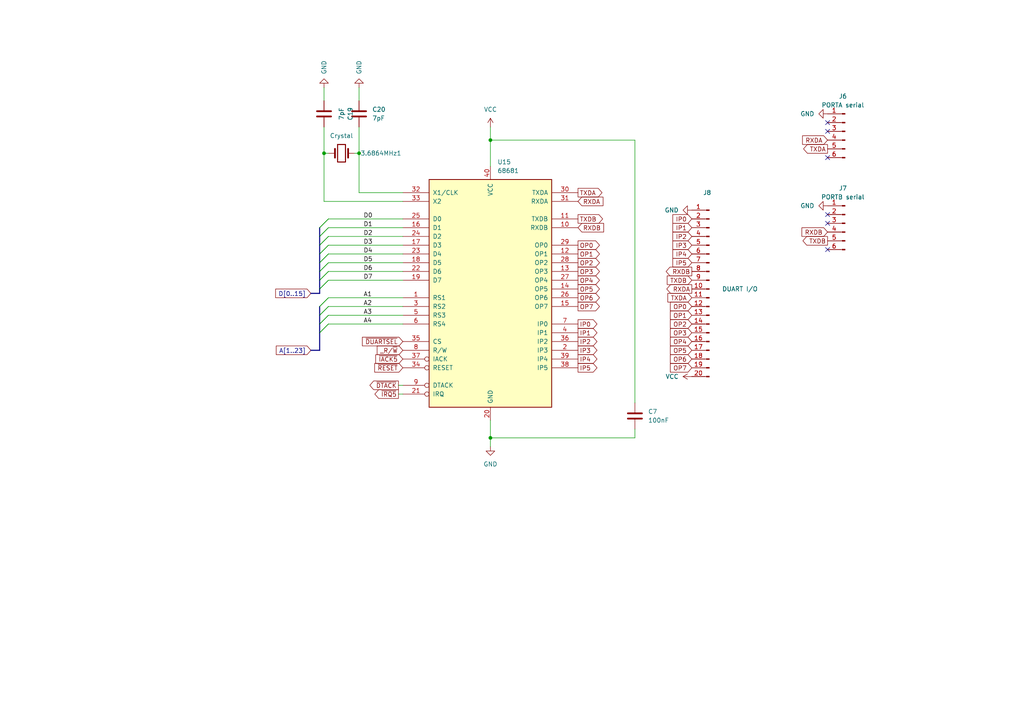
<source format=kicad_sch>
(kicad_sch (version 20230121) (generator eeschema)

  (uuid ed58ee71-e178-4887-af47-52c95b390a58)

  (paper "A4")

  (title_block
    (title "Mats Brorson 68010 SBC DUART 68681")
    (rev "1.0-alpha")
  )

  (lib_symbols
    (symbol "Connector:Conn_01x06_Pin" (pin_names (offset 1.016) hide) (in_bom yes) (on_board yes)
      (property "Reference" "J" (at 0 7.62 0)
        (effects (font (size 1.27 1.27)))
      )
      (property "Value" "Conn_01x06_Pin" (at 0 -10.16 0)
        (effects (font (size 1.27 1.27)))
      )
      (property "Footprint" "" (at 0 0 0)
        (effects (font (size 1.27 1.27)) hide)
      )
      (property "Datasheet" "~" (at 0 0 0)
        (effects (font (size 1.27 1.27)) hide)
      )
      (property "ki_locked" "" (at 0 0 0)
        (effects (font (size 1.27 1.27)))
      )
      (property "ki_keywords" "connector" (at 0 0 0)
        (effects (font (size 1.27 1.27)) hide)
      )
      (property "ki_description" "Generic connector, single row, 01x06, script generated" (at 0 0 0)
        (effects (font (size 1.27 1.27)) hide)
      )
      (property "ki_fp_filters" "Connector*:*_1x??_*" (at 0 0 0)
        (effects (font (size 1.27 1.27)) hide)
      )
      (symbol "Conn_01x06_Pin_1_1"
        (polyline
          (pts
            (xy 1.27 -7.62)
            (xy 0.8636 -7.62)
          )
          (stroke (width 0.1524) (type default))
          (fill (type none))
        )
        (polyline
          (pts
            (xy 1.27 -5.08)
            (xy 0.8636 -5.08)
          )
          (stroke (width 0.1524) (type default))
          (fill (type none))
        )
        (polyline
          (pts
            (xy 1.27 -2.54)
            (xy 0.8636 -2.54)
          )
          (stroke (width 0.1524) (type default))
          (fill (type none))
        )
        (polyline
          (pts
            (xy 1.27 0)
            (xy 0.8636 0)
          )
          (stroke (width 0.1524) (type default))
          (fill (type none))
        )
        (polyline
          (pts
            (xy 1.27 2.54)
            (xy 0.8636 2.54)
          )
          (stroke (width 0.1524) (type default))
          (fill (type none))
        )
        (polyline
          (pts
            (xy 1.27 5.08)
            (xy 0.8636 5.08)
          )
          (stroke (width 0.1524) (type default))
          (fill (type none))
        )
        (rectangle (start 0.8636 -7.493) (end 0 -7.747)
          (stroke (width 0.1524) (type default))
          (fill (type outline))
        )
        (rectangle (start 0.8636 -4.953) (end 0 -5.207)
          (stroke (width 0.1524) (type default))
          (fill (type outline))
        )
        (rectangle (start 0.8636 -2.413) (end 0 -2.667)
          (stroke (width 0.1524) (type default))
          (fill (type outline))
        )
        (rectangle (start 0.8636 0.127) (end 0 -0.127)
          (stroke (width 0.1524) (type default))
          (fill (type outline))
        )
        (rectangle (start 0.8636 2.667) (end 0 2.413)
          (stroke (width 0.1524) (type default))
          (fill (type outline))
        )
        (rectangle (start 0.8636 5.207) (end 0 4.953)
          (stroke (width 0.1524) (type default))
          (fill (type outline))
        )
        (pin passive line (at 5.08 5.08 180) (length 3.81)
          (name "Pin_1" (effects (font (size 1.27 1.27))))
          (number "1" (effects (font (size 1.27 1.27))))
        )
        (pin passive line (at 5.08 2.54 180) (length 3.81)
          (name "Pin_2" (effects (font (size 1.27 1.27))))
          (number "2" (effects (font (size 1.27 1.27))))
        )
        (pin passive line (at 5.08 0 180) (length 3.81)
          (name "Pin_3" (effects (font (size 1.27 1.27))))
          (number "3" (effects (font (size 1.27 1.27))))
        )
        (pin passive line (at 5.08 -2.54 180) (length 3.81)
          (name "Pin_4" (effects (font (size 1.27 1.27))))
          (number "4" (effects (font (size 1.27 1.27))))
        )
        (pin passive line (at 5.08 -5.08 180) (length 3.81)
          (name "Pin_5" (effects (font (size 1.27 1.27))))
          (number "5" (effects (font (size 1.27 1.27))))
        )
        (pin passive line (at 5.08 -7.62 180) (length 3.81)
          (name "Pin_6" (effects (font (size 1.27 1.27))))
          (number "6" (effects (font (size 1.27 1.27))))
        )
      )
    )
    (symbol "Connector:Conn_01x20_Pin" (pin_names (offset 1.016) hide) (in_bom yes) (on_board yes)
      (property "Reference" "J" (at 0 25.4 0)
        (effects (font (size 1.27 1.27)))
      )
      (property "Value" "Conn_01x20_Pin" (at 0 -27.94 0)
        (effects (font (size 1.27 1.27)))
      )
      (property "Footprint" "" (at 0 0 0)
        (effects (font (size 1.27 1.27)) hide)
      )
      (property "Datasheet" "~" (at 0 0 0)
        (effects (font (size 1.27 1.27)) hide)
      )
      (property "ki_locked" "" (at 0 0 0)
        (effects (font (size 1.27 1.27)))
      )
      (property "ki_keywords" "connector" (at 0 0 0)
        (effects (font (size 1.27 1.27)) hide)
      )
      (property "ki_description" "Generic connector, single row, 01x20, script generated" (at 0 0 0)
        (effects (font (size 1.27 1.27)) hide)
      )
      (property "ki_fp_filters" "Connector*:*_1x??_*" (at 0 0 0)
        (effects (font (size 1.27 1.27)) hide)
      )
      (symbol "Conn_01x20_Pin_1_1"
        (polyline
          (pts
            (xy 1.27 -25.4)
            (xy 0.8636 -25.4)
          )
          (stroke (width 0.1524) (type default))
          (fill (type none))
        )
        (polyline
          (pts
            (xy 1.27 -22.86)
            (xy 0.8636 -22.86)
          )
          (stroke (width 0.1524) (type default))
          (fill (type none))
        )
        (polyline
          (pts
            (xy 1.27 -20.32)
            (xy 0.8636 -20.32)
          )
          (stroke (width 0.1524) (type default))
          (fill (type none))
        )
        (polyline
          (pts
            (xy 1.27 -17.78)
            (xy 0.8636 -17.78)
          )
          (stroke (width 0.1524) (type default))
          (fill (type none))
        )
        (polyline
          (pts
            (xy 1.27 -15.24)
            (xy 0.8636 -15.24)
          )
          (stroke (width 0.1524) (type default))
          (fill (type none))
        )
        (polyline
          (pts
            (xy 1.27 -12.7)
            (xy 0.8636 -12.7)
          )
          (stroke (width 0.1524) (type default))
          (fill (type none))
        )
        (polyline
          (pts
            (xy 1.27 -10.16)
            (xy 0.8636 -10.16)
          )
          (stroke (width 0.1524) (type default))
          (fill (type none))
        )
        (polyline
          (pts
            (xy 1.27 -7.62)
            (xy 0.8636 -7.62)
          )
          (stroke (width 0.1524) (type default))
          (fill (type none))
        )
        (polyline
          (pts
            (xy 1.27 -5.08)
            (xy 0.8636 -5.08)
          )
          (stroke (width 0.1524) (type default))
          (fill (type none))
        )
        (polyline
          (pts
            (xy 1.27 -2.54)
            (xy 0.8636 -2.54)
          )
          (stroke (width 0.1524) (type default))
          (fill (type none))
        )
        (polyline
          (pts
            (xy 1.27 0)
            (xy 0.8636 0)
          )
          (stroke (width 0.1524) (type default))
          (fill (type none))
        )
        (polyline
          (pts
            (xy 1.27 2.54)
            (xy 0.8636 2.54)
          )
          (stroke (width 0.1524) (type default))
          (fill (type none))
        )
        (polyline
          (pts
            (xy 1.27 5.08)
            (xy 0.8636 5.08)
          )
          (stroke (width 0.1524) (type default))
          (fill (type none))
        )
        (polyline
          (pts
            (xy 1.27 7.62)
            (xy 0.8636 7.62)
          )
          (stroke (width 0.1524) (type default))
          (fill (type none))
        )
        (polyline
          (pts
            (xy 1.27 10.16)
            (xy 0.8636 10.16)
          )
          (stroke (width 0.1524) (type default))
          (fill (type none))
        )
        (polyline
          (pts
            (xy 1.27 12.7)
            (xy 0.8636 12.7)
          )
          (stroke (width 0.1524) (type default))
          (fill (type none))
        )
        (polyline
          (pts
            (xy 1.27 15.24)
            (xy 0.8636 15.24)
          )
          (stroke (width 0.1524) (type default))
          (fill (type none))
        )
        (polyline
          (pts
            (xy 1.27 17.78)
            (xy 0.8636 17.78)
          )
          (stroke (width 0.1524) (type default))
          (fill (type none))
        )
        (polyline
          (pts
            (xy 1.27 20.32)
            (xy 0.8636 20.32)
          )
          (stroke (width 0.1524) (type default))
          (fill (type none))
        )
        (polyline
          (pts
            (xy 1.27 22.86)
            (xy 0.8636 22.86)
          )
          (stroke (width 0.1524) (type default))
          (fill (type none))
        )
        (rectangle (start 0.8636 -25.273) (end 0 -25.527)
          (stroke (width 0.1524) (type default))
          (fill (type outline))
        )
        (rectangle (start 0.8636 -22.733) (end 0 -22.987)
          (stroke (width 0.1524) (type default))
          (fill (type outline))
        )
        (rectangle (start 0.8636 -20.193) (end 0 -20.447)
          (stroke (width 0.1524) (type default))
          (fill (type outline))
        )
        (rectangle (start 0.8636 -17.653) (end 0 -17.907)
          (stroke (width 0.1524) (type default))
          (fill (type outline))
        )
        (rectangle (start 0.8636 -15.113) (end 0 -15.367)
          (stroke (width 0.1524) (type default))
          (fill (type outline))
        )
        (rectangle (start 0.8636 -12.573) (end 0 -12.827)
          (stroke (width 0.1524) (type default))
          (fill (type outline))
        )
        (rectangle (start 0.8636 -10.033) (end 0 -10.287)
          (stroke (width 0.1524) (type default))
          (fill (type outline))
        )
        (rectangle (start 0.8636 -7.493) (end 0 -7.747)
          (stroke (width 0.1524) (type default))
          (fill (type outline))
        )
        (rectangle (start 0.8636 -4.953) (end 0 -5.207)
          (stroke (width 0.1524) (type default))
          (fill (type outline))
        )
        (rectangle (start 0.8636 -2.413) (end 0 -2.667)
          (stroke (width 0.1524) (type default))
          (fill (type outline))
        )
        (rectangle (start 0.8636 0.127) (end 0 -0.127)
          (stroke (width 0.1524) (type default))
          (fill (type outline))
        )
        (rectangle (start 0.8636 2.667) (end 0 2.413)
          (stroke (width 0.1524) (type default))
          (fill (type outline))
        )
        (rectangle (start 0.8636 5.207) (end 0 4.953)
          (stroke (width 0.1524) (type default))
          (fill (type outline))
        )
        (rectangle (start 0.8636 7.747) (end 0 7.493)
          (stroke (width 0.1524) (type default))
          (fill (type outline))
        )
        (rectangle (start 0.8636 10.287) (end 0 10.033)
          (stroke (width 0.1524) (type default))
          (fill (type outline))
        )
        (rectangle (start 0.8636 12.827) (end 0 12.573)
          (stroke (width 0.1524) (type default))
          (fill (type outline))
        )
        (rectangle (start 0.8636 15.367) (end 0 15.113)
          (stroke (width 0.1524) (type default))
          (fill (type outline))
        )
        (rectangle (start 0.8636 17.907) (end 0 17.653)
          (stroke (width 0.1524) (type default))
          (fill (type outline))
        )
        (rectangle (start 0.8636 20.447) (end 0 20.193)
          (stroke (width 0.1524) (type default))
          (fill (type outline))
        )
        (rectangle (start 0.8636 22.987) (end 0 22.733)
          (stroke (width 0.1524) (type default))
          (fill (type outline))
        )
        (pin passive line (at 5.08 22.86 180) (length 3.81)
          (name "Pin_1" (effects (font (size 1.27 1.27))))
          (number "1" (effects (font (size 1.27 1.27))))
        )
        (pin passive line (at 5.08 0 180) (length 3.81)
          (name "Pin_10" (effects (font (size 1.27 1.27))))
          (number "10" (effects (font (size 1.27 1.27))))
        )
        (pin passive line (at 5.08 -2.54 180) (length 3.81)
          (name "Pin_11" (effects (font (size 1.27 1.27))))
          (number "11" (effects (font (size 1.27 1.27))))
        )
        (pin passive line (at 5.08 -5.08 180) (length 3.81)
          (name "Pin_12" (effects (font (size 1.27 1.27))))
          (number "12" (effects (font (size 1.27 1.27))))
        )
        (pin passive line (at 5.08 -7.62 180) (length 3.81)
          (name "Pin_13" (effects (font (size 1.27 1.27))))
          (number "13" (effects (font (size 1.27 1.27))))
        )
        (pin passive line (at 5.08 -10.16 180) (length 3.81)
          (name "Pin_14" (effects (font (size 1.27 1.27))))
          (number "14" (effects (font (size 1.27 1.27))))
        )
        (pin passive line (at 5.08 -12.7 180) (length 3.81)
          (name "Pin_15" (effects (font (size 1.27 1.27))))
          (number "15" (effects (font (size 1.27 1.27))))
        )
        (pin passive line (at 5.08 -15.24 180) (length 3.81)
          (name "Pin_16" (effects (font (size 1.27 1.27))))
          (number "16" (effects (font (size 1.27 1.27))))
        )
        (pin passive line (at 5.08 -17.78 180) (length 3.81)
          (name "Pin_17" (effects (font (size 1.27 1.27))))
          (number "17" (effects (font (size 1.27 1.27))))
        )
        (pin passive line (at 5.08 -20.32 180) (length 3.81)
          (name "Pin_18" (effects (font (size 1.27 1.27))))
          (number "18" (effects (font (size 1.27 1.27))))
        )
        (pin passive line (at 5.08 -22.86 180) (length 3.81)
          (name "Pin_19" (effects (font (size 1.27 1.27))))
          (number "19" (effects (font (size 1.27 1.27))))
        )
        (pin passive line (at 5.08 20.32 180) (length 3.81)
          (name "Pin_2" (effects (font (size 1.27 1.27))))
          (number "2" (effects (font (size 1.27 1.27))))
        )
        (pin passive line (at 5.08 -25.4 180) (length 3.81)
          (name "Pin_20" (effects (font (size 1.27 1.27))))
          (number "20" (effects (font (size 1.27 1.27))))
        )
        (pin passive line (at 5.08 17.78 180) (length 3.81)
          (name "Pin_3" (effects (font (size 1.27 1.27))))
          (number "3" (effects (font (size 1.27 1.27))))
        )
        (pin passive line (at 5.08 15.24 180) (length 3.81)
          (name "Pin_4" (effects (font (size 1.27 1.27))))
          (number "4" (effects (font (size 1.27 1.27))))
        )
        (pin passive line (at 5.08 12.7 180) (length 3.81)
          (name "Pin_5" (effects (font (size 1.27 1.27))))
          (number "5" (effects (font (size 1.27 1.27))))
        )
        (pin passive line (at 5.08 10.16 180) (length 3.81)
          (name "Pin_6" (effects (font (size 1.27 1.27))))
          (number "6" (effects (font (size 1.27 1.27))))
        )
        (pin passive line (at 5.08 7.62 180) (length 3.81)
          (name "Pin_7" (effects (font (size 1.27 1.27))))
          (number "7" (effects (font (size 1.27 1.27))))
        )
        (pin passive line (at 5.08 5.08 180) (length 3.81)
          (name "Pin_8" (effects (font (size 1.27 1.27))))
          (number "8" (effects (font (size 1.27 1.27))))
        )
        (pin passive line (at 5.08 2.54 180) (length 3.81)
          (name "Pin_9" (effects (font (size 1.27 1.27))))
          (number "9" (effects (font (size 1.27 1.27))))
        )
      )
    )
    (symbol "Device:C" (pin_numbers hide) (pin_names (offset 0.254)) (in_bom yes) (on_board yes)
      (property "Reference" "C" (at 0.635 2.54 0)
        (effects (font (size 1.27 1.27)) (justify left))
      )
      (property "Value" "C" (at 0.635 -2.54 0)
        (effects (font (size 1.27 1.27)) (justify left))
      )
      (property "Footprint" "" (at 0.9652 -3.81 0)
        (effects (font (size 1.27 1.27)) hide)
      )
      (property "Datasheet" "~" (at 0 0 0)
        (effects (font (size 1.27 1.27)) hide)
      )
      (property "ki_keywords" "cap capacitor" (at 0 0 0)
        (effects (font (size 1.27 1.27)) hide)
      )
      (property "ki_description" "Unpolarized capacitor" (at 0 0 0)
        (effects (font (size 1.27 1.27)) hide)
      )
      (property "ki_fp_filters" "C_*" (at 0 0 0)
        (effects (font (size 1.27 1.27)) hide)
      )
      (symbol "C_0_1"
        (polyline
          (pts
            (xy -2.032 -0.762)
            (xy 2.032 -0.762)
          )
          (stroke (width 0.508) (type default))
          (fill (type none))
        )
        (polyline
          (pts
            (xy -2.032 0.762)
            (xy 2.032 0.762)
          )
          (stroke (width 0.508) (type default))
          (fill (type none))
        )
      )
      (symbol "C_1_1"
        (pin passive line (at 0 3.81 270) (length 2.794)
          (name "~" (effects (font (size 1.27 1.27))))
          (number "1" (effects (font (size 1.27 1.27))))
        )
        (pin passive line (at 0 -3.81 90) (length 2.794)
          (name "~" (effects (font (size 1.27 1.27))))
          (number "2" (effects (font (size 1.27 1.27))))
        )
      )
    )
    (symbol "Device:Crystal" (pin_numbers hide) (pin_names (offset 1.016) hide) (in_bom yes) (on_board yes)
      (property "Reference" "Y" (at 0 3.81 0)
        (effects (font (size 1.27 1.27)))
      )
      (property "Value" "Crystal" (at 0 -3.81 0)
        (effects (font (size 1.27 1.27)))
      )
      (property "Footprint" "" (at 0 0 0)
        (effects (font (size 1.27 1.27)) hide)
      )
      (property "Datasheet" "~" (at 0 0 0)
        (effects (font (size 1.27 1.27)) hide)
      )
      (property "ki_keywords" "quartz ceramic resonator oscillator" (at 0 0 0)
        (effects (font (size 1.27 1.27)) hide)
      )
      (property "ki_description" "Two pin crystal" (at 0 0 0)
        (effects (font (size 1.27 1.27)) hide)
      )
      (property "ki_fp_filters" "Crystal*" (at 0 0 0)
        (effects (font (size 1.27 1.27)) hide)
      )
      (symbol "Crystal_0_1"
        (rectangle (start -1.143 2.54) (end 1.143 -2.54)
          (stroke (width 0.3048) (type default))
          (fill (type none))
        )
        (polyline
          (pts
            (xy -2.54 0)
            (xy -1.905 0)
          )
          (stroke (width 0) (type default))
          (fill (type none))
        )
        (polyline
          (pts
            (xy -1.905 -1.27)
            (xy -1.905 1.27)
          )
          (stroke (width 0.508) (type default))
          (fill (type none))
        )
        (polyline
          (pts
            (xy 1.905 -1.27)
            (xy 1.905 1.27)
          )
          (stroke (width 0.508) (type default))
          (fill (type none))
        )
        (polyline
          (pts
            (xy 2.54 0)
            (xy 1.905 0)
          )
          (stroke (width 0) (type default))
          (fill (type none))
        )
      )
      (symbol "Crystal_1_1"
        (pin passive line (at -3.81 0 0) (length 1.27)
          (name "1" (effects (font (size 1.27 1.27))))
          (number "1" (effects (font (size 1.27 1.27))))
        )
        (pin passive line (at 3.81 0 180) (length 1.27)
          (name "2" (effects (font (size 1.27 1.27))))
          (number "2" (effects (font (size 1.27 1.27))))
        )
      )
    )
    (symbol "Interface:68681" (pin_names (offset 1.016)) (in_bom yes) (on_board yes)
      (property "Reference" "U" (at 0 3.81 0)
        (effects (font (size 1.27 1.27)))
      )
      (property "Value" "68681" (at 0 -2.54 0)
        (effects (font (size 1.27 1.27)))
      )
      (property "Footprint" "" (at 0 0 0)
        (effects (font (size 1.27 1.27)) hide)
      )
      (property "Datasheet" "" (at 0 0 0)
        (effects (font (size 1.27 1.27)) hide)
      )
      (property "ki_keywords" "MPRO" (at 0 0 0)
        (effects (font (size 1.27 1.27)) hide)
      )
      (property "ki_description" "Interface serie 2 voies + 1 port parallele" (at 0 0 0)
        (effects (font (size 1.27 1.27)) hide)
      )
      (symbol "68681_0_1"
        (rectangle (start -17.78 -31.75) (end 17.78 34.29)
          (stroke (width 0.254) (type default))
          (fill (type background))
        )
      )
      (symbol "68681_1_1"
        (pin input line (at -25.4 0 0) (length 7.62)
          (name "RS1" (effects (font (size 1.27 1.27))))
          (number "1" (effects (font (size 1.27 1.27))))
        )
        (pin input line (at 25.4 20.32 180) (length 7.62)
          (name "RXDB" (effects (font (size 1.27 1.27))))
          (number "10" (effects (font (size 1.27 1.27))))
        )
        (pin output line (at 25.4 22.86 180) (length 7.62)
          (name "TXDB" (effects (font (size 1.27 1.27))))
          (number "11" (effects (font (size 1.27 1.27))))
        )
        (pin output line (at 25.4 12.7 180) (length 7.62)
          (name "OP1" (effects (font (size 1.27 1.27))))
          (number "12" (effects (font (size 1.27 1.27))))
        )
        (pin output line (at 25.4 7.62 180) (length 7.62)
          (name "OP3" (effects (font (size 1.27 1.27))))
          (number "13" (effects (font (size 1.27 1.27))))
        )
        (pin output line (at 25.4 2.54 180) (length 7.62)
          (name "OP5" (effects (font (size 1.27 1.27))))
          (number "14" (effects (font (size 1.27 1.27))))
        )
        (pin output line (at 25.4 -2.54 180) (length 7.62)
          (name "OP7" (effects (font (size 1.27 1.27))))
          (number "15" (effects (font (size 1.27 1.27))))
        )
        (pin tri_state line (at -25.4 20.32 0) (length 7.62)
          (name "D1" (effects (font (size 1.27 1.27))))
          (number "16" (effects (font (size 1.27 1.27))))
        )
        (pin tri_state line (at -25.4 15.24 0) (length 7.62)
          (name "D3" (effects (font (size 1.27 1.27))))
          (number "17" (effects (font (size 1.27 1.27))))
        )
        (pin tri_state line (at -25.4 10.16 0) (length 7.62)
          (name "D5" (effects (font (size 1.27 1.27))))
          (number "18" (effects (font (size 1.27 1.27))))
        )
        (pin tri_state line (at -25.4 5.08 0) (length 7.62)
          (name "D7" (effects (font (size 1.27 1.27))))
          (number "19" (effects (font (size 1.27 1.27))))
        )
        (pin input line (at 25.4 -15.24 180) (length 7.62)
          (name "IP3" (effects (font (size 1.27 1.27))))
          (number "2" (effects (font (size 1.27 1.27))))
        )
        (pin power_in line (at 0 -35.56 90) (length 3.81)
          (name "GND" (effects (font (size 1.27 1.27))))
          (number "20" (effects (font (size 1.27 1.27))))
        )
        (pin output inverted (at -25.4 -27.94 0) (length 7.62)
          (name "IRQ" (effects (font (size 1.27 1.27))))
          (number "21" (effects (font (size 1.27 1.27))))
        )
        (pin tri_state line (at -25.4 7.62 0) (length 7.62)
          (name "D6" (effects (font (size 1.27 1.27))))
          (number "22" (effects (font (size 1.27 1.27))))
        )
        (pin tri_state line (at -25.4 12.7 0) (length 7.62)
          (name "D4" (effects (font (size 1.27 1.27))))
          (number "23" (effects (font (size 1.27 1.27))))
        )
        (pin tri_state line (at -25.4 17.78 0) (length 7.62)
          (name "D2" (effects (font (size 1.27 1.27))))
          (number "24" (effects (font (size 1.27 1.27))))
        )
        (pin tri_state line (at -25.4 22.86 0) (length 7.62)
          (name "D0" (effects (font (size 1.27 1.27))))
          (number "25" (effects (font (size 1.27 1.27))))
        )
        (pin output line (at 25.4 0 180) (length 7.62)
          (name "OP6" (effects (font (size 1.27 1.27))))
          (number "26" (effects (font (size 1.27 1.27))))
        )
        (pin output line (at 25.4 5.08 180) (length 7.62)
          (name "OP4" (effects (font (size 1.27 1.27))))
          (number "27" (effects (font (size 1.27 1.27))))
        )
        (pin output line (at 25.4 10.16 180) (length 7.62)
          (name "OP2" (effects (font (size 1.27 1.27))))
          (number "28" (effects (font (size 1.27 1.27))))
        )
        (pin output line (at 25.4 15.24 180) (length 7.62)
          (name "OP0" (effects (font (size 1.27 1.27))))
          (number "29" (effects (font (size 1.27 1.27))))
        )
        (pin input line (at -25.4 -2.54 0) (length 7.62)
          (name "RS2" (effects (font (size 1.27 1.27))))
          (number "3" (effects (font (size 1.27 1.27))))
        )
        (pin output line (at 25.4 30.48 180) (length 7.62)
          (name "TXDA" (effects (font (size 1.27 1.27))))
          (number "30" (effects (font (size 1.27 1.27))))
        )
        (pin input line (at 25.4 27.94 180) (length 7.62)
          (name "RXDA" (effects (font (size 1.27 1.27))))
          (number "31" (effects (font (size 1.27 1.27))))
        )
        (pin input line (at -25.4 30.48 0) (length 7.62)
          (name "X1/CLK" (effects (font (size 1.27 1.27))))
          (number "32" (effects (font (size 1.27 1.27))))
        )
        (pin input line (at -25.4 27.94 0) (length 7.62)
          (name "X2" (effects (font (size 1.27 1.27))))
          (number "33" (effects (font (size 1.27 1.27))))
        )
        (pin input inverted (at -25.4 -20.32 0) (length 7.62)
          (name "RESET" (effects (font (size 1.27 1.27))))
          (number "34" (effects (font (size 1.27 1.27))))
        )
        (pin input line (at -25.4 -12.7 0) (length 7.62)
          (name "CS" (effects (font (size 1.27 1.27))))
          (number "35" (effects (font (size 1.27 1.27))))
        )
        (pin input line (at 25.4 -12.7 180) (length 7.62)
          (name "IP2" (effects (font (size 1.27 1.27))))
          (number "36" (effects (font (size 1.27 1.27))))
        )
        (pin input inverted (at -25.4 -17.78 0) (length 7.62)
          (name "IACK" (effects (font (size 1.27 1.27))))
          (number "37" (effects (font (size 1.27 1.27))))
        )
        (pin input line (at 25.4 -20.32 180) (length 7.62)
          (name "IP5" (effects (font (size 1.27 1.27))))
          (number "38" (effects (font (size 1.27 1.27))))
        )
        (pin input line (at 25.4 -17.78 180) (length 7.62)
          (name "IP4" (effects (font (size 1.27 1.27))))
          (number "39" (effects (font (size 1.27 1.27))))
        )
        (pin input line (at 25.4 -10.16 180) (length 7.62)
          (name "IP1" (effects (font (size 1.27 1.27))))
          (number "4" (effects (font (size 1.27 1.27))))
        )
        (pin power_in line (at 0 38.1 270) (length 3.81)
          (name "VCC" (effects (font (size 1.27 1.27))))
          (number "40" (effects (font (size 1.27 1.27))))
        )
        (pin input line (at -25.4 -5.08 0) (length 7.62)
          (name "RS3" (effects (font (size 1.27 1.27))))
          (number "5" (effects (font (size 1.27 1.27))))
        )
        (pin input line (at -25.4 -7.62 0) (length 7.62)
          (name "RS4" (effects (font (size 1.27 1.27))))
          (number "6" (effects (font (size 1.27 1.27))))
        )
        (pin input line (at 25.4 -7.62 180) (length 7.62)
          (name "IP0" (effects (font (size 1.27 1.27))))
          (number "7" (effects (font (size 1.27 1.27))))
        )
        (pin input line (at -25.4 -15.24 0) (length 7.62)
          (name "R/W" (effects (font (size 1.27 1.27))))
          (number "8" (effects (font (size 1.27 1.27))))
        )
        (pin open_collector inverted (at -25.4 -25.4 0) (length 7.62)
          (name "DTACK" (effects (font (size 1.27 1.27))))
          (number "9" (effects (font (size 1.27 1.27))))
        )
      )
    )
    (symbol "power:GND" (power) (pin_names (offset 0)) (in_bom yes) (on_board yes)
      (property "Reference" "#PWR" (at 0 -6.35 0)
        (effects (font (size 1.27 1.27)) hide)
      )
      (property "Value" "GND" (at 0 -3.81 0)
        (effects (font (size 1.27 1.27)))
      )
      (property "Footprint" "" (at 0 0 0)
        (effects (font (size 1.27 1.27)) hide)
      )
      (property "Datasheet" "" (at 0 0 0)
        (effects (font (size 1.27 1.27)) hide)
      )
      (property "ki_keywords" "global power" (at 0 0 0)
        (effects (font (size 1.27 1.27)) hide)
      )
      (property "ki_description" "Power symbol creates a global label with name \"GND\" , ground" (at 0 0 0)
        (effects (font (size 1.27 1.27)) hide)
      )
      (symbol "GND_0_1"
        (polyline
          (pts
            (xy 0 0)
            (xy 0 -1.27)
            (xy 1.27 -1.27)
            (xy 0 -2.54)
            (xy -1.27 -1.27)
            (xy 0 -1.27)
          )
          (stroke (width 0) (type default))
          (fill (type none))
        )
      )
      (symbol "GND_1_1"
        (pin power_in line (at 0 0 270) (length 0) hide
          (name "GND" (effects (font (size 1.27 1.27))))
          (number "1" (effects (font (size 1.27 1.27))))
        )
      )
    )
    (symbol "power:VCC" (power) (pin_names (offset 0)) (in_bom yes) (on_board yes)
      (property "Reference" "#PWR" (at 0 -3.81 0)
        (effects (font (size 1.27 1.27)) hide)
      )
      (property "Value" "VCC" (at 0 3.81 0)
        (effects (font (size 1.27 1.27)))
      )
      (property "Footprint" "" (at 0 0 0)
        (effects (font (size 1.27 1.27)) hide)
      )
      (property "Datasheet" "" (at 0 0 0)
        (effects (font (size 1.27 1.27)) hide)
      )
      (property "ki_keywords" "global power" (at 0 0 0)
        (effects (font (size 1.27 1.27)) hide)
      )
      (property "ki_description" "Power symbol creates a global label with name \"VCC\"" (at 0 0 0)
        (effects (font (size 1.27 1.27)) hide)
      )
      (symbol "VCC_0_1"
        (polyline
          (pts
            (xy -0.762 1.27)
            (xy 0 2.54)
          )
          (stroke (width 0) (type default))
          (fill (type none))
        )
        (polyline
          (pts
            (xy 0 0)
            (xy 0 2.54)
          )
          (stroke (width 0) (type default))
          (fill (type none))
        )
        (polyline
          (pts
            (xy 0 2.54)
            (xy 0.762 1.27)
          )
          (stroke (width 0) (type default))
          (fill (type none))
        )
      )
      (symbol "VCC_1_1"
        (pin power_in line (at 0 0 90) (length 0) hide
          (name "VCC" (effects (font (size 1.27 1.27))))
          (number "1" (effects (font (size 1.27 1.27))))
        )
      )
    )
  )

  (junction (at 142.24 127) (diameter 0) (color 0 0 0 0)
    (uuid 51754ef3-9cb8-415c-8377-6a7cfe36fda6)
  )
  (junction (at 93.98 44.45) (diameter 0) (color 0 0 0 0)
    (uuid 9bd4373d-7870-44b7-b46e-9b6f4da79a8e)
  )
  (junction (at 142.24 40.64) (diameter 0) (color 0 0 0 0)
    (uuid bd6bc612-17df-4050-9b95-a930608ba915)
  )
  (junction (at 104.14 44.45) (diameter 0) (color 0 0 0 0)
    (uuid cbfaed5e-663a-4fdf-b91a-f092ddd30c12)
  )

  (no_connect (at 240.03 45.72) (uuid 287e517a-dce9-4d2f-b878-cdce1b79b024))
  (no_connect (at 240.03 62.23) (uuid 3eb6580f-7e1e-47c0-a730-b74639b0e710))
  (no_connect (at 240.03 72.39) (uuid b5068487-8fd0-4372-b441-7c8b46aee9ed))
  (no_connect (at 240.03 35.56) (uuid ca936c0e-f307-461c-99ee-71ba5cbb0588))
  (no_connect (at 240.03 38.1) (uuid eed9dc79-4f11-4c57-bd91-fc6c09a4b3d4))
  (no_connect (at 240.03 64.77) (uuid f900a0d2-5f1e-4c22-923d-d02ce1a1f7d6))

  (bus_entry (at 92.71 83.82) (size 2.54 -2.54)
    (stroke (width 0) (type default))
    (uuid 055dfdba-1cd2-4aeb-aef5-5f4eb9fe0cc0)
  )
  (bus_entry (at 92.71 81.28) (size 2.54 -2.54)
    (stroke (width 0) (type default))
    (uuid 0c457064-e3ff-4e03-ba11-cb57f5656375)
  )
  (bus_entry (at 92.71 88.9) (size 2.54 -2.54)
    (stroke (width 0) (type default))
    (uuid 16874aad-1b4f-436b-9a71-ae24a81aad85)
  )
  (bus_entry (at 92.71 68.58) (size 2.54 -2.54)
    (stroke (width 0) (type default))
    (uuid 3e654155-8423-47d7-a6c7-42a77b10095d)
  )
  (bus_entry (at 92.71 78.74) (size 2.54 -2.54)
    (stroke (width 0) (type default))
    (uuid 5d31f058-3460-404d-959e-636f88044144)
  )
  (bus_entry (at 92.71 73.66) (size 2.54 -2.54)
    (stroke (width 0) (type default))
    (uuid 5e7b8a08-2da1-4048-b9e3-f2452fad6277)
  )
  (bus_entry (at 92.71 83.82) (size 2.54 -2.54)
    (stroke (width 0) (type default))
    (uuid 609bdfef-1630-4eab-a8d5-ba74e015491b)
  )
  (bus_entry (at 92.71 73.66) (size 2.54 -2.54)
    (stroke (width 0) (type default))
    (uuid 6e02680b-0b87-47eb-8667-27e8bd4aabb4)
  )
  (bus_entry (at 92.71 71.12) (size 2.54 -2.54)
    (stroke (width 0) (type default))
    (uuid 825b21a7-db50-4c0d-81c3-4ee6f70a0bf1)
  )
  (bus_entry (at 92.71 66.04) (size 2.54 -2.54)
    (stroke (width 0) (type default))
    (uuid 91e0cb93-719d-4574-ac41-dd22d4c77872)
  )
  (bus_entry (at 92.71 93.98) (size 2.54 -2.54)
    (stroke (width 0) (type default))
    (uuid 9c5c171e-3932-4096-b796-f495ef493082)
  )
  (bus_entry (at 92.71 91.44) (size 2.54 -2.54)
    (stroke (width 0) (type default))
    (uuid a68c73ad-bd4c-4f73-9fbd-b26dcaf38e3c)
  )
  (bus_entry (at 92.71 96.52) (size 2.54 -2.54)
    (stroke (width 0) (type default))
    (uuid c469e9d6-06d5-4332-8eb0-c20f2fbaa876)
  )
  (bus_entry (at 92.71 81.28) (size 2.54 -2.54)
    (stroke (width 0) (type default))
    (uuid c6be30cc-ad67-4d92-86a5-b34357c4dd43)
  )
  (bus_entry (at 92.71 76.2) (size 2.54 -2.54)
    (stroke (width 0) (type default))
    (uuid cd154399-eff0-48c2-b0d2-abf6596dfcb2)
  )
  (bus_entry (at 92.71 96.52) (size 2.54 -2.54)
    (stroke (width 0) (type default))
    (uuid cf3cc8d9-168a-4c6b-a832-4ab46044aaa0)
  )
  (bus_entry (at 92.71 93.98) (size 2.54 -2.54)
    (stroke (width 0) (type default))
    (uuid d337b24a-46e2-4311-822a-238c646742ba)
  )
  (bus_entry (at 92.71 78.74) (size 2.54 -2.54)
    (stroke (width 0) (type default))
    (uuid d44deb91-f1ba-4b2a-b95f-feeb66667070)
  )
  (bus_entry (at 92.71 91.44) (size 2.54 -2.54)
    (stroke (width 0) (type default))
    (uuid d74f98ca-eb53-4f02-8551-9a49680da863)
  )
  (bus_entry (at 92.71 76.2) (size 2.54 -2.54)
    (stroke (width 0) (type default))
    (uuid dab34086-1f2b-43ae-b931-98b16e7b8705)
  )
  (bus_entry (at 92.71 68.58) (size 2.54 -2.54)
    (stroke (width 0) (type default))
    (uuid e48fc5fe-d233-4997-99ff-559999b37db3)
  )
  (bus_entry (at 92.71 66.04) (size 2.54 -2.54)
    (stroke (width 0) (type default))
    (uuid f0f22e52-d426-457d-95ad-c9d46c6467ec)
  )
  (bus_entry (at 92.71 71.12) (size 2.54 -2.54)
    (stroke (width 0) (type default))
    (uuid f99f1dda-30ad-446c-a115-d69e03bbdb66)
  )
  (bus_entry (at 92.71 88.9) (size 2.54 -2.54)
    (stroke (width 0) (type default))
    (uuid fe1679a6-a58a-4042-8ac2-ebd2ae429e50)
  )

  (wire (pts (xy 116.84 58.42) (xy 93.98 58.42))
    (stroke (width 0) (type default))
    (uuid 11f6b9ff-8882-4804-b2ff-eb5621b33975)
  )
  (wire (pts (xy 184.15 127) (xy 142.24 127))
    (stroke (width 0) (type default))
    (uuid 16ee330a-56d8-4811-8d1e-51f56f39a427)
  )
  (wire (pts (xy 93.98 44.45) (xy 95.25 44.45))
    (stroke (width 0) (type default))
    (uuid 1a8670b6-8fff-48ce-9983-0e902414f494)
  )
  (wire (pts (xy 95.25 76.2) (xy 116.84 76.2))
    (stroke (width 0) (type default))
    (uuid 1d51b507-2328-4c69-9d0c-9094f1b7d0f7)
  )
  (wire (pts (xy 116.84 55.88) (xy 104.14 55.88))
    (stroke (width 0) (type default))
    (uuid 30e9be8b-aa30-44c9-825e-2657a8464832)
  )
  (wire (pts (xy 95.25 81.28) (xy 116.84 81.28))
    (stroke (width 0) (type default))
    (uuid 32dcb7f5-16d5-4780-a579-22af30bec669)
  )
  (bus (pts (xy 90.17 85.09) (xy 92.71 85.09))
    (stroke (width 0) (type default))
    (uuid 35bf5c2a-aa6b-4949-b700-a840351cea86)
  )
  (bus (pts (xy 92.71 81.28) (xy 92.71 83.82))
    (stroke (width 0) (type default))
    (uuid 3694c3f7-574f-4724-8b0d-ea6c2eb92c09)
  )
  (bus (pts (xy 90.17 101.6) (xy 92.71 101.6))
    (stroke (width 0) (type default))
    (uuid 37878d6b-73d3-432b-955d-13e4aafb2918)
  )

  (wire (pts (xy 142.24 127) (xy 142.24 129.54))
    (stroke (width 0) (type default))
    (uuid 37b436ec-92b9-4988-a7dc-0155818e108e)
  )
  (wire (pts (xy 95.25 63.5) (xy 116.84 63.5))
    (stroke (width 0) (type default))
    (uuid 39073e32-4acc-4f18-aa52-280fae1b9d27)
  )
  (bus (pts (xy 92.71 88.9) (xy 92.71 91.44))
    (stroke (width 0) (type default))
    (uuid 421f9388-da7e-4bd0-95cf-f55422123b24)
  )

  (wire (pts (xy 115.57 114.3) (xy 116.84 114.3))
    (stroke (width 0) (type default))
    (uuid 4773f91a-0c5b-4952-9fd3-887b053bb218)
  )
  (wire (pts (xy 95.25 86.36) (xy 116.84 86.36))
    (stroke (width 0) (type default))
    (uuid 47a3d210-94f0-4624-a414-17ec1c81a742)
  )
  (bus (pts (xy 92.71 73.66) (xy 92.71 76.2))
    (stroke (width 0) (type default))
    (uuid 4870bc46-6416-4ce8-a819-47ad98440d8b)
  )

  (wire (pts (xy 115.57 111.76) (xy 116.84 111.76))
    (stroke (width 0) (type default))
    (uuid 5584b650-ca81-4496-a6ea-5263fddd64a8)
  )
  (wire (pts (xy 95.25 66.04) (xy 116.84 66.04))
    (stroke (width 0) (type default))
    (uuid 5f1ae146-0821-4161-8d0f-588ba659ae69)
  )
  (wire (pts (xy 93.98 25.4) (xy 93.98 29.21))
    (stroke (width 0) (type default))
    (uuid 6202320f-7f2b-4b63-b6da-e12f6d12030f)
  )
  (wire (pts (xy 95.25 73.66) (xy 116.84 73.66))
    (stroke (width 0) (type default))
    (uuid 6f953a32-a7de-4b13-801c-b230413cf901)
  )
  (wire (pts (xy 95.25 68.58) (xy 116.84 68.58))
    (stroke (width 0) (type default))
    (uuid 735a85d6-349e-4633-900d-319b34985f44)
  )
  (bus (pts (xy 92.71 96.52) (xy 92.71 101.6))
    (stroke (width 0) (type default))
    (uuid 7eed7c99-6e67-4f31-aee7-66aef4f20b25)
  )

  (wire (pts (xy 184.15 124.46) (xy 184.15 127))
    (stroke (width 0) (type default))
    (uuid 7eff465d-2591-42e5-8881-d1c45268cb05)
  )
  (wire (pts (xy 142.24 40.64) (xy 142.24 48.26))
    (stroke (width 0) (type default))
    (uuid 80637c4b-c074-472d-a664-5f1ea64bfc71)
  )
  (bus (pts (xy 92.71 83.82) (xy 92.71 85.09))
    (stroke (width 0) (type default))
    (uuid 8695c219-0636-4d07-8a2d-264890218c67)
  )
  (bus (pts (xy 92.71 76.2) (xy 92.71 78.74))
    (stroke (width 0) (type default))
    (uuid 86d791f0-80f9-48fd-a126-04cd002be5b5)
  )

  (wire (pts (xy 104.14 36.83) (xy 104.14 44.45))
    (stroke (width 0) (type default))
    (uuid 89b7aa51-f5d3-4b8c-967e-4b868c2d4c5b)
  )
  (wire (pts (xy 184.15 116.84) (xy 184.15 40.64))
    (stroke (width 0) (type default))
    (uuid 8b1e290b-d1b2-4b2d-8953-8543107ca2cc)
  )
  (wire (pts (xy 142.24 121.92) (xy 142.24 127))
    (stroke (width 0) (type default))
    (uuid 9c51881f-f60c-4032-a6b9-b71e9ad7e7a3)
  )
  (wire (pts (xy 104.14 25.4) (xy 104.14 29.21))
    (stroke (width 0) (type default))
    (uuid 9fad9580-e442-4968-9992-04422e5d7e61)
  )
  (wire (pts (xy 184.15 40.64) (xy 142.24 40.64))
    (stroke (width 0) (type default))
    (uuid a003c003-867a-4d39-994a-e2717c15fa7c)
  )
  (wire (pts (xy 142.24 36.83) (xy 142.24 40.64))
    (stroke (width 0) (type default))
    (uuid a50e931c-9cd7-4983-af1d-879b8784a887)
  )
  (bus (pts (xy 92.71 66.04) (xy 92.71 68.58))
    (stroke (width 0) (type default))
    (uuid a59f5e3e-c918-41b5-8bb7-38a0d22e113b)
  )
  (bus (pts (xy 92.71 78.74) (xy 92.71 81.28))
    (stroke (width 0) (type default))
    (uuid b16bc761-3b29-4488-ae26-720cab4de6b5)
  )
  (bus (pts (xy 92.71 71.12) (xy 92.71 73.66))
    (stroke (width 0) (type default))
    (uuid b22a20c3-3bea-44d0-977b-64746532e5ea)
  )
  (bus (pts (xy 92.71 68.58) (xy 92.71 71.12))
    (stroke (width 0) (type default))
    (uuid bacba027-f5d1-4c1b-b39c-9e3c25eb9687)
  )

  (wire (pts (xy 93.98 44.45) (xy 93.98 58.42))
    (stroke (width 0) (type default))
    (uuid c1a37d8b-cca0-4817-85e7-90ed84eabd88)
  )
  (wire (pts (xy 95.25 78.74) (xy 116.84 78.74))
    (stroke (width 0) (type default))
    (uuid c3e2debc-0a52-4b26-8af8-bd30c306f3ea)
  )
  (wire (pts (xy 104.14 44.45) (xy 104.14 55.88))
    (stroke (width 0) (type default))
    (uuid cdf04788-04f7-417b-8583-e713692a2e82)
  )
  (bus (pts (xy 92.71 93.98) (xy 92.71 96.52))
    (stroke (width 0) (type default))
    (uuid ce3a1cc2-dfa6-4df9-b4fd-5d9e9af8c8d6)
  )

  (wire (pts (xy 93.98 36.83) (xy 93.98 44.45))
    (stroke (width 0) (type default))
    (uuid e3f67e87-b2a9-4ccb-8734-e9cd93050b53)
  )
  (wire (pts (xy 95.25 88.9) (xy 116.84 88.9))
    (stroke (width 0) (type default))
    (uuid e40e1fa4-82dd-4195-9de3-20027e8f2e98)
  )
  (bus (pts (xy 92.71 91.44) (xy 92.71 93.98))
    (stroke (width 0) (type default))
    (uuid e423d72d-e685-468a-9c66-12bd75584c11)
  )

  (wire (pts (xy 95.25 93.98) (xy 116.84 93.98))
    (stroke (width 0) (type default))
    (uuid ecc77be2-f442-46e2-b278-bb6e251e800e)
  )
  (wire (pts (xy 95.25 71.12) (xy 116.84 71.12))
    (stroke (width 0) (type default))
    (uuid f078be38-2e5b-4b60-9568-fad323768002)
  )
  (wire (pts (xy 95.25 91.44) (xy 116.84 91.44))
    (stroke (width 0) (type default))
    (uuid f603d44c-f832-4db2-8c4b-5607b0d7643d)
  )
  (wire (pts (xy 104.14 44.45) (xy 102.87 44.45))
    (stroke (width 0) (type default))
    (uuid f994f8be-8aa7-4a90-a7b4-f5dee0e897be)
  )

  (label "D5" (at 105.41 76.2 0) (fields_autoplaced)
    (effects (font (size 1.27 1.27)) (justify left bottom))
    (uuid 240c8049-9f96-45e1-bc85-49ce0eca5057)
  )
  (label "D6" (at 105.41 78.74 0) (fields_autoplaced)
    (effects (font (size 1.27 1.27)) (justify left bottom))
    (uuid 3794a242-9a80-4998-b1bd-a8a50f0d7922)
  )
  (label "A3" (at 105.41 91.44 0) (fields_autoplaced)
    (effects (font (size 1.27 1.27)) (justify left bottom))
    (uuid 3ad5c152-3dd3-4d25-b3cc-5c3f5f43cb4a)
  )
  (label "A1" (at 105.41 86.36 0) (fields_autoplaced)
    (effects (font (size 1.27 1.27)) (justify left bottom))
    (uuid 47c52277-fb30-48cc-953d-7f11b12ed449)
  )
  (label "D3" (at 105.41 71.12 0) (fields_autoplaced)
    (effects (font (size 1.27 1.27)) (justify left bottom))
    (uuid 5152d67d-1a2a-44b3-bf64-3b44e2404840)
  )
  (label "D2" (at 105.41 68.58 0) (fields_autoplaced)
    (effects (font (size 1.27 1.27)) (justify left bottom))
    (uuid 56ac2620-d50d-4f80-a40c-33542ac10db6)
  )
  (label "A4" (at 105.41 93.98 0) (fields_autoplaced)
    (effects (font (size 1.27 1.27)) (justify left bottom))
    (uuid 70b512e5-eaa3-4513-8f40-675ba462b47a)
  )
  (label "A2" (at 105.41 88.9 0) (fields_autoplaced)
    (effects (font (size 1.27 1.27)) (justify left bottom))
    (uuid 9d52f1fc-a468-44a7-a108-16248d444f5e)
  )
  (label "D1" (at 105.41 66.04 0) (fields_autoplaced)
    (effects (font (size 1.27 1.27)) (justify left bottom))
    (uuid aad4704d-c042-496d-ad98-1ddd77c73c0c)
  )
  (label "D7" (at 105.41 81.28 0) (fields_autoplaced)
    (effects (font (size 1.27 1.27)) (justify left bottom))
    (uuid ca778c44-fd14-4784-b4d5-6ceffdb8fe06)
  )
  (label "D0" (at 105.41 63.5 0) (fields_autoplaced)
    (effects (font (size 1.27 1.27)) (justify left bottom))
    (uuid eb69c140-ccbf-4aad-a70a-e095e0e6db73)
  )
  (label "D4" (at 105.41 73.66 0) (fields_autoplaced)
    (effects (font (size 1.27 1.27)) (justify left bottom))
    (uuid ecb0639c-64f5-41dd-bb01-d9e504d1276e)
  )

  (global_label "IP2" (shape output) (at 167.64 99.06 0) (fields_autoplaced)
    (effects (font (size 1.27 1.27)) (justify left))
    (uuid 00a18eca-5dc2-4963-bffb-b44b376b5bfd)
    (property "Intersheetrefs" "${INTERSHEET_REFS}" (at 173.6301 99.06 0)
      (effects (font (size 1.27 1.27)) (justify left) hide)
    )
  )
  (global_label "RXDB" (shape input) (at 167.64 66.04 0) (fields_autoplaced)
    (effects (font (size 1.27 1.27)) (justify left))
    (uuid 0254ae6f-0306-4dce-92a5-6e1d7b9a1738)
    (property "Intersheetrefs" "${INTERSHEET_REFS}" (at 175.5653 66.04 0)
      (effects (font (size 1.27 1.27)) (justify left) hide)
    )
  )
  (global_label "IP3" (shape input) (at 200.66 71.12 180) (fields_autoplaced)
    (effects (font (size 1.27 1.27)) (justify right))
    (uuid 122a2957-6472-4b51-a4b9-d328b9854e58)
    (property "Intersheetrefs" "${INTERSHEET_REFS}" (at 194.6699 71.12 0)
      (effects (font (size 1.27 1.27)) (justify right) hide)
    )
  )
  (global_label "IP5" (shape input) (at 200.66 76.2 180) (fields_autoplaced)
    (effects (font (size 1.27 1.27)) (justify right))
    (uuid 18b227de-65d2-4f88-b5e0-b5be358501e0)
    (property "Intersheetrefs" "${INTERSHEET_REFS}" (at 194.6699 76.2 0)
      (effects (font (size 1.27 1.27)) (justify right) hide)
    )
  )
  (global_label "OP7" (shape input) (at 200.66 106.68 180) (fields_autoplaced)
    (effects (font (size 1.27 1.27)) (justify right))
    (uuid 1caa4990-53d1-416f-a012-da3ea9a99312)
    (property "Intersheetrefs" "${INTERSHEET_REFS}" (at 193.9442 106.68 0)
      (effects (font (size 1.27 1.27)) (justify right) hide)
    )
  )
  (global_label "OP5" (shape input) (at 200.66 101.6 180) (fields_autoplaced)
    (effects (font (size 1.27 1.27)) (justify right))
    (uuid 1e563733-32d5-4e67-a816-9a26abf6293a)
    (property "Intersheetrefs" "${INTERSHEET_REFS}" (at 193.9442 101.6 0)
      (effects (font (size 1.27 1.27)) (justify right) hide)
    )
  )
  (global_label "IP0" (shape input) (at 200.66 63.5 180) (fields_autoplaced)
    (effects (font (size 1.27 1.27)) (justify right))
    (uuid 1f8ff02a-f6e8-4d94-9e67-e54356ca2e9b)
    (property "Intersheetrefs" "${INTERSHEET_REFS}" (at 194.6699 63.5 0)
      (effects (font (size 1.27 1.27)) (justify right) hide)
    )
  )
  (global_label "RXDA" (shape input) (at 167.64 58.42 0) (fields_autoplaced)
    (effects (font (size 1.27 1.27)) (justify left))
    (uuid 21a09e8d-ab04-42ed-9eec-7a28f50f5525)
    (property "Intersheetrefs" "${INTERSHEET_REFS}" (at 174.8912 58.3406 0)
      (effects (font (size 1.27 1.27)) (justify left) hide)
    )
  )
  (global_label "~{DUARTSEL}" (shape input) (at 116.84 99.06 180) (fields_autoplaced)
    (effects (font (size 1.27 1.27)) (justify right))
    (uuid 22d4e0ca-4f42-42f5-9110-e8fd9268ced1)
    (property "Intersheetrefs" "${INTERSHEET_REFS}" (at 105.1136 99.1394 0)
      (effects (font (size 1.27 1.27)) (justify right) hide)
    )
  )
  (global_label "~{RESET}" (shape input) (at 116.84 106.68 180) (fields_autoplaced)
    (effects (font (size 1.27 1.27)) (justify right))
    (uuid 25b3720d-c5f2-45e0-89fc-97d4daa21bbd)
    (property "Intersheetrefs" "${INTERSHEET_REFS}" (at 108.1891 106.68 0)
      (effects (font (size 1.27 1.27)) (justify right) hide)
    )
  )
  (global_label "TXDB" (shape input) (at 200.66 81.28 180) (fields_autoplaced)
    (effects (font (size 1.27 1.27)) (justify right))
    (uuid 2ae339d3-304d-438d-b084-bed530ec57cc)
    (property "Intersheetrefs" "${INTERSHEET_REFS}" (at 193.0371 81.28 0)
      (effects (font (size 1.27 1.27)) (justify right) hide)
    )
  )
  (global_label "OP1" (shape output) (at 167.64 73.66 0) (fields_autoplaced)
    (effects (font (size 1.27 1.27)) (justify left))
    (uuid 2ba6248d-292b-4f29-a199-d9de46dd1dcd)
    (property "Intersheetrefs" "${INTERSHEET_REFS}" (at 174.3558 73.66 0)
      (effects (font (size 1.27 1.27)) (justify left) hide)
    )
  )
  (global_label "IP3" (shape output) (at 167.64 101.6 0) (fields_autoplaced)
    (effects (font (size 1.27 1.27)) (justify left))
    (uuid 2fade749-d6bc-499b-8275-5546de4e7420)
    (property "Intersheetrefs" "${INTERSHEET_REFS}" (at 173.6301 101.6 0)
      (effects (font (size 1.27 1.27)) (justify left) hide)
    )
  )
  (global_label "~{DTACK}" (shape output) (at 115.57 111.76 180) (fields_autoplaced)
    (effects (font (size 1.27 1.27)) (justify right))
    (uuid 31086bd1-5f9d-43f1-9dc2-61c247c17e5d)
    (property "Intersheetrefs" "${INTERSHEET_REFS}" (at 106.798 111.76 0)
      (effects (font (size 1.27 1.27)) (justify right) hide)
    )
  )
  (global_label "TXDA" (shape input) (at 200.66 86.36 180) (fields_autoplaced)
    (effects (font (size 1.27 1.27)) (justify right))
    (uuid 388a3aa8-4c1d-4c20-ba89-615c0999785c)
    (property "Intersheetrefs" "${INTERSHEET_REFS}" (at 193.7112 86.2806 0)
      (effects (font (size 1.27 1.27)) (justify right) hide)
    )
  )
  (global_label "RXDA" (shape input) (at 240.03 40.64 180) (fields_autoplaced)
    (effects (font (size 1.27 1.27)) (justify right))
    (uuid 3a57c06f-cd3b-4dd5-925b-92d2fd0c8fd1)
    (property "Intersheetrefs" "${INTERSHEET_REFS}" (at 232.7788 40.7194 0)
      (effects (font (size 1.27 1.27)) (justify right) hide)
    )
  )
  (global_label "A[1..23]" (shape input) (at 90.17 101.6 180) (fields_autoplaced)
    (effects (font (size 1.27 1.27)) (justify right))
    (uuid 3f3ff7ef-23cf-45b6-acfd-2ce3a444068f)
    (property "Intersheetrefs" "${INTERSHEET_REFS}" (at 79.6441 101.6 0)
      (effects (font (size 1.27 1.27)) (justify right) hide)
    )
  )
  (global_label "OP0" (shape input) (at 200.66 88.9 180) (fields_autoplaced)
    (effects (font (size 1.27 1.27)) (justify right))
    (uuid 40f28dae-9d17-4d49-b372-e082d5f7decf)
    (property "Intersheetrefs" "${INTERSHEET_REFS}" (at 193.9442 88.9 0)
      (effects (font (size 1.27 1.27)) (justify right) hide)
    )
  )
  (global_label "TXDB" (shape output) (at 240.03 69.85 180) (fields_autoplaced)
    (effects (font (size 1.27 1.27)) (justify right))
    (uuid 47650fc1-0582-4ac4-9123-5b7154f69535)
    (property "Intersheetrefs" "${INTERSHEET_REFS}" (at 232.4071 69.85 0)
      (effects (font (size 1.27 1.27)) (justify right) hide)
    )
  )
  (global_label "~{IRQ5}" (shape output) (at 115.57 114.3 180) (fields_autoplaced)
    (effects (font (size 1.27 1.27)) (justify right))
    (uuid 4d82ad55-4228-48d3-a3d1-fab42bdfffe5)
    (property "Intersheetrefs" "${INTERSHEET_REFS}" (at 108.2494 114.3 0)
      (effects (font (size 1.27 1.27)) (justify right) hide)
    )
  )
  (global_label "IP4" (shape output) (at 167.64 104.14 0) (fields_autoplaced)
    (effects (font (size 1.27 1.27)) (justify left))
    (uuid 5be8a7db-da87-420c-ba3d-fa2c3f5add0b)
    (property "Intersheetrefs" "${INTERSHEET_REFS}" (at 173.6301 104.14 0)
      (effects (font (size 1.27 1.27)) (justify left) hide)
    )
  )
  (global_label "D[0..15]" (shape input) (at 90.17 85.09 180) (fields_autoplaced)
    (effects (font (size 1.27 1.27)) (justify right))
    (uuid 6305939e-5f5f-476f-b1ae-f148cbac410d)
    (property "Intersheetrefs" "${INTERSHEET_REFS}" (at 79.4627 85.09 0)
      (effects (font (size 1.27 1.27)) (justify right) hide)
    )
  )
  (global_label "OP7" (shape output) (at 167.64 88.9 0) (fields_autoplaced)
    (effects (font (size 1.27 1.27)) (justify left))
    (uuid 68edbb81-6b85-49cd-9c85-fc262cb91175)
    (property "Intersheetrefs" "${INTERSHEET_REFS}" (at 174.3558 88.9 0)
      (effects (font (size 1.27 1.27)) (justify left) hide)
    )
  )
  (global_label "IP1" (shape input) (at 200.66 66.04 180) (fields_autoplaced)
    (effects (font (size 1.27 1.27)) (justify right))
    (uuid 7164ebd0-d8be-475d-b35f-510770d7f255)
    (property "Intersheetrefs" "${INTERSHEET_REFS}" (at 194.6699 66.04 0)
      (effects (font (size 1.27 1.27)) (justify right) hide)
    )
  )
  (global_label "OP6" (shape input) (at 200.66 104.14 180) (fields_autoplaced)
    (effects (font (size 1.27 1.27)) (justify right))
    (uuid 77d9b47f-72d4-44be-99f7-2edf8eb16205)
    (property "Intersheetrefs" "${INTERSHEET_REFS}" (at 193.9442 104.14 0)
      (effects (font (size 1.27 1.27)) (justify right) hide)
    )
  )
  (global_label "IP0" (shape output) (at 167.64 93.98 0) (fields_autoplaced)
    (effects (font (size 1.27 1.27)) (justify left))
    (uuid 8048aa10-dc7a-46fe-94f9-0fbb94daa96f)
    (property "Intersheetrefs" "${INTERSHEET_REFS}" (at 173.6301 93.98 0)
      (effects (font (size 1.27 1.27)) (justify left) hide)
    )
  )
  (global_label "OP5" (shape output) (at 167.64 83.82 0) (fields_autoplaced)
    (effects (font (size 1.27 1.27)) (justify left))
    (uuid 86d3f9fe-c05d-4bf5-b944-d0b453a541d8)
    (property "Intersheetrefs" "${INTERSHEET_REFS}" (at 174.3558 83.82 0)
      (effects (font (size 1.27 1.27)) (justify left) hide)
    )
  )
  (global_label "IP4" (shape input) (at 200.66 73.66 180) (fields_autoplaced)
    (effects (font (size 1.27 1.27)) (justify right))
    (uuid 9285f969-3c98-4ee3-8447-ea00867af7a6)
    (property "Intersheetrefs" "${INTERSHEET_REFS}" (at 194.6699 73.66 0)
      (effects (font (size 1.27 1.27)) (justify right) hide)
    )
  )
  (global_label "OP2" (shape output) (at 167.64 76.2 0) (fields_autoplaced)
    (effects (font (size 1.27 1.27)) (justify left))
    (uuid 93aad5e0-d7b2-434f-885b-395cbcba566c)
    (property "Intersheetrefs" "${INTERSHEET_REFS}" (at 174.3558 76.2 0)
      (effects (font (size 1.27 1.27)) (justify left) hide)
    )
  )
  (global_label "TXDB" (shape output) (at 167.64 63.5 0) (fields_autoplaced)
    (effects (font (size 1.27 1.27)) (justify left))
    (uuid 9683abbe-015e-4d98-9784-d61784b049d8)
    (property "Intersheetrefs" "${INTERSHEET_REFS}" (at 175.2629 63.5 0)
      (effects (font (size 1.27 1.27)) (justify left) hide)
    )
  )
  (global_label "OP0" (shape output) (at 167.64 71.12 0) (fields_autoplaced)
    (effects (font (size 1.27 1.27)) (justify left))
    (uuid 9a68bbec-dec0-4c5d-a26e-5294d06a09e3)
    (property "Intersheetrefs" "${INTERSHEET_REFS}" (at 174.3558 71.12 0)
      (effects (font (size 1.27 1.27)) (justify left) hide)
    )
  )
  (global_label "IP2" (shape input) (at 200.66 68.58 180) (fields_autoplaced)
    (effects (font (size 1.27 1.27)) (justify right))
    (uuid a007daf4-71dc-4d6e-a4d6-d6639601db32)
    (property "Intersheetrefs" "${INTERSHEET_REFS}" (at 194.6699 68.58 0)
      (effects (font (size 1.27 1.27)) (justify right) hide)
    )
  )
  (global_label "~{IACK5}" (shape input) (at 116.84 104.14 180) (fields_autoplaced)
    (effects (font (size 1.27 1.27)) (justify right))
    (uuid adb07739-bb92-446f-87a5-6f8f812c64a3)
    (property "Intersheetrefs" "${INTERSHEET_REFS}" (at 108.4913 104.14 0)
      (effects (font (size 1.27 1.27)) (justify right) hide)
    )
  )
  (global_label "_R{slash}~{W}" (shape input) (at 116.84 101.6 180) (fields_autoplaced)
    (effects (font (size 1.27 1.27)) (justify right))
    (uuid b08fcb9d-8f9a-41f7-a42b-1c4960ed7ed9)
    (property "Intersheetrefs" "${INTERSHEET_REFS}" (at 108.9147 101.6 0)
      (effects (font (size 1.27 1.27)) (justify right) hide)
    )
  )
  (global_label "OP6" (shape output) (at 167.64 86.36 0) (fields_autoplaced)
    (effects (font (size 1.27 1.27)) (justify left))
    (uuid b34f7e81-9c71-4b5c-9f3a-772501a90026)
    (property "Intersheetrefs" "${INTERSHEET_REFS}" (at 174.3558 86.36 0)
      (effects (font (size 1.27 1.27)) (justify left) hide)
    )
  )
  (global_label "OP4" (shape input) (at 200.66 99.06 180) (fields_autoplaced)
    (effects (font (size 1.27 1.27)) (justify right))
    (uuid be819899-fb68-42eb-aae7-e24d71aa4d39)
    (property "Intersheetrefs" "${INTERSHEET_REFS}" (at 193.9442 99.06 0)
      (effects (font (size 1.27 1.27)) (justify right) hide)
    )
  )
  (global_label "OP2" (shape input) (at 200.66 93.98 180) (fields_autoplaced)
    (effects (font (size 1.27 1.27)) (justify right))
    (uuid cb6bc8f4-5aa7-4f8b-b634-68d115ebdaed)
    (property "Intersheetrefs" "${INTERSHEET_REFS}" (at 193.9442 93.98 0)
      (effects (font (size 1.27 1.27)) (justify right) hide)
    )
  )
  (global_label "OP4" (shape output) (at 167.64 81.28 0) (fields_autoplaced)
    (effects (font (size 1.27 1.27)) (justify left))
    (uuid cf4996b6-5f75-477c-9980-2627845fb071)
    (property "Intersheetrefs" "${INTERSHEET_REFS}" (at 174.3558 81.28 0)
      (effects (font (size 1.27 1.27)) (justify left) hide)
    )
  )
  (global_label "IP5" (shape output) (at 167.64 106.68 0) (fields_autoplaced)
    (effects (font (size 1.27 1.27)) (justify left))
    (uuid d0755a7d-224c-48a2-accd-88c5b5dcdc84)
    (property "Intersheetrefs" "${INTERSHEET_REFS}" (at 173.6301 106.68 0)
      (effects (font (size 1.27 1.27)) (justify left) hide)
    )
  )
  (global_label "OP1" (shape input) (at 200.66 91.44 180) (fields_autoplaced)
    (effects (font (size 1.27 1.27)) (justify right))
    (uuid d3e79f71-ae75-4adc-8e62-880c9637158b)
    (property "Intersheetrefs" "${INTERSHEET_REFS}" (at 193.9442 91.44 0)
      (effects (font (size 1.27 1.27)) (justify right) hide)
    )
  )
  (global_label "OP3" (shape input) (at 200.66 96.52 180) (fields_autoplaced)
    (effects (font (size 1.27 1.27)) (justify right))
    (uuid d40255ae-6c5b-4245-8b1f-d0a16ce6e957)
    (property "Intersheetrefs" "${INTERSHEET_REFS}" (at 193.9442 96.52 0)
      (effects (font (size 1.27 1.27)) (justify right) hide)
    )
  )
  (global_label "IP1" (shape output) (at 167.64 96.52 0) (fields_autoplaced)
    (effects (font (size 1.27 1.27)) (justify left))
    (uuid d7477ce4-c89b-444b-a214-7e130de36e16)
    (property "Intersheetrefs" "${INTERSHEET_REFS}" (at 173.6301 96.52 0)
      (effects (font (size 1.27 1.27)) (justify left) hide)
    )
  )
  (global_label "TXDA" (shape output) (at 240.03 43.18 180) (fields_autoplaced)
    (effects (font (size 1.27 1.27)) (justify right))
    (uuid d85cfaf8-378f-4b8a-8c39-6b051556439e)
    (property "Intersheetrefs" "${INTERSHEET_REFS}" (at 232.5885 43.18 0)
      (effects (font (size 1.27 1.27)) (justify right) hide)
    )
  )
  (global_label "RXDB" (shape input) (at 240.03 67.31 180) (fields_autoplaced)
    (effects (font (size 1.27 1.27)) (justify right))
    (uuid da61758d-54ee-4490-9994-96c0c06a3095)
    (property "Intersheetrefs" "${INTERSHEET_REFS}" (at 232.1047 67.31 0)
      (effects (font (size 1.27 1.27)) (justify right) hide)
    )
  )
  (global_label "RXDA" (shape output) (at 200.66 83.82 180) (fields_autoplaced)
    (effects (font (size 1.27 1.27)) (justify right))
    (uuid db5a7871-dc43-43c7-b301-5c59056982de)
    (property "Intersheetrefs" "${INTERSHEET_REFS}" (at 193.4088 83.7406 0)
      (effects (font (size 1.27 1.27)) (justify right) hide)
    )
  )
  (global_label "RXDB" (shape output) (at 200.66 78.74 180) (fields_autoplaced)
    (effects (font (size 1.27 1.27)) (justify right))
    (uuid e5015481-95f0-4157-9c37-0b384e26fe95)
    (property "Intersheetrefs" "${INTERSHEET_REFS}" (at 192.7347 78.74 0)
      (effects (font (size 1.27 1.27)) (justify right) hide)
    )
  )
  (global_label "OP3" (shape output) (at 167.64 78.74 0) (fields_autoplaced)
    (effects (font (size 1.27 1.27)) (justify left))
    (uuid f00310ab-1c47-40d2-a098-5529d64567c9)
    (property "Intersheetrefs" "${INTERSHEET_REFS}" (at 174.3558 78.74 0)
      (effects (font (size 1.27 1.27)) (justify left) hide)
    )
  )
  (global_label "TXDA" (shape output) (at 167.64 55.88 0) (fields_autoplaced)
    (effects (font (size 1.27 1.27)) (justify left))
    (uuid f83ea8cc-8505-4b72-9d35-9766342433c5)
    (property "Intersheetrefs" "${INTERSHEET_REFS}" (at 174.5888 55.8006 0)
      (effects (font (size 1.27 1.27)) (justify left) hide)
    )
  )

  (symbol (lib_id "power:GND") (at 240.03 59.69 270) (mirror x) (unit 1)
    (in_bom yes) (on_board yes) (dnp no)
    (uuid 07a7a3ff-55eb-4b49-bde9-9214211023d6)
    (property "Reference" "#PWR042" (at 233.68 59.69 0)
      (effects (font (size 1.27 1.27)) hide)
    )
    (property "Value" "GND" (at 236.22 59.6899 90)
      (effects (font (size 1.27 1.27)) (justify right))
    )
    (property "Footprint" "" (at 240.03 59.69 0)
      (effects (font (size 1.27 1.27)) hide)
    )
    (property "Datasheet" "" (at 240.03 59.69 0)
      (effects (font (size 1.27 1.27)) hide)
    )
    (pin "1" (uuid 21bbb52c-57a3-41c1-a79f-3690893b5ac1))
    (instances
      (project "mb68k"
        (path "/e63e39d7-6ac0-4ffd-8aa3-1841a4541b55/c382627c-aaa0-47a5-a0f7-b0da34ce6bae"
          (reference "#PWR042") (unit 1)
        )
      )
    )
  )

  (symbol (lib_id "Device:C") (at 93.98 33.02 0) (unit 1)
    (in_bom yes) (on_board yes) (dnp no)
    (uuid 1ab5ae19-7b80-4996-8406-95c89cdf2e97)
    (property "Reference" "C19" (at 101.6 33.02 90)
      (effects (font (size 1.27 1.27)))
    )
    (property "Value" "7pF" (at 99.06 33.02 90)
      (effects (font (size 1.27 1.27)))
    )
    (property "Footprint" "Capacitor_THT:C_Disc_D5.0mm_W2.5mm_P2.50mm" (at 94.9452 36.83 0)
      (effects (font (size 1.27 1.27)) hide)
    )
    (property "Datasheet" "~" (at 93.98 33.02 0)
      (effects (font (size 1.27 1.27)) hide)
    )
    (pin "1" (uuid b9a7c55a-8c56-4824-a302-f6fcaf8f00b7))
    (pin "2" (uuid 0fae8d1c-3201-4d61-83a3-5f89bb646100))
    (instances
      (project "mb68k"
        (path "/e63e39d7-6ac0-4ffd-8aa3-1841a4541b55/c382627c-aaa0-47a5-a0f7-b0da34ce6bae"
          (reference "C19") (unit 1)
        )
      )
    )
  )

  (symbol (lib_id "power:GND") (at 142.24 129.54 0) (unit 1)
    (in_bom yes) (on_board yes) (dnp no) (fields_autoplaced)
    (uuid 1f07ba3c-306a-48d0-9b2e-b0a56a6324ca)
    (property "Reference" "#PWR045" (at 142.24 135.89 0)
      (effects (font (size 1.27 1.27)) hide)
    )
    (property "Value" "GND" (at 142.24 134.62 0)
      (effects (font (size 1.27 1.27)))
    )
    (property "Footprint" "" (at 142.24 129.54 0)
      (effects (font (size 1.27 1.27)) hide)
    )
    (property "Datasheet" "" (at 142.24 129.54 0)
      (effects (font (size 1.27 1.27)) hide)
    )
    (pin "1" (uuid faa933bc-daf1-4dbe-8dd8-74bfdd0a30ec))
    (instances
      (project "mb68k"
        (path "/e63e39d7-6ac0-4ffd-8aa3-1841a4541b55/c382627c-aaa0-47a5-a0f7-b0da34ce6bae"
          (reference "#PWR045") (unit 1)
        )
      )
    )
  )

  (symbol (lib_id "power:VCC") (at 200.66 109.22 90) (mirror x) (unit 1)
    (in_bom yes) (on_board yes) (dnp no)
    (uuid 2143a4b1-759b-4918-981b-e58c9222217b)
    (property "Reference" "#PWR044" (at 204.47 109.22 0)
      (effects (font (size 1.27 1.27)) hide)
    )
    (property "Value" "VCC" (at 196.85 109.22 90)
      (effects (font (size 1.27 1.27)) (justify left))
    )
    (property "Footprint" "" (at 200.66 109.22 0)
      (effects (font (size 1.27 1.27)) hide)
    )
    (property "Datasheet" "" (at 200.66 109.22 0)
      (effects (font (size 1.27 1.27)) hide)
    )
    (pin "1" (uuid 83aa1723-ff51-4dc9-9bb3-2de39db9a191))
    (instances
      (project "mb68k"
        (path "/e63e39d7-6ac0-4ffd-8aa3-1841a4541b55/c382627c-aaa0-47a5-a0f7-b0da34ce6bae"
          (reference "#PWR044") (unit 1)
        )
      )
    )
  )

  (symbol (lib_id "power:VCC") (at 142.24 36.83 0) (unit 1)
    (in_bom yes) (on_board yes) (dnp no) (fields_autoplaced)
    (uuid 27abe056-90a2-41fd-af0b-2009a6b9f80f)
    (property "Reference" "#PWR041" (at 142.24 40.64 0)
      (effects (font (size 1.27 1.27)) hide)
    )
    (property "Value" "VCC" (at 142.24 31.75 0)
      (effects (font (size 1.27 1.27)))
    )
    (property "Footprint" "" (at 142.24 36.83 0)
      (effects (font (size 1.27 1.27)) hide)
    )
    (property "Datasheet" "" (at 142.24 36.83 0)
      (effects (font (size 1.27 1.27)) hide)
    )
    (pin "1" (uuid 346dc1ae-a603-414d-bc2e-6b455533a665))
    (instances
      (project "mb68k"
        (path "/e63e39d7-6ac0-4ffd-8aa3-1841a4541b55/c382627c-aaa0-47a5-a0f7-b0da34ce6bae"
          (reference "#PWR041") (unit 1)
        )
      )
    )
  )

  (symbol (lib_id "Device:C") (at 184.15 120.65 0) (unit 1)
    (in_bom yes) (on_board yes) (dnp no) (fields_autoplaced)
    (uuid 4bda2e0b-cc93-4383-8538-1b0dc706ea2b)
    (property "Reference" "C7" (at 187.96 119.3799 0)
      (effects (font (size 1.27 1.27)) (justify left))
    )
    (property "Value" "100nF" (at 187.96 121.9199 0)
      (effects (font (size 1.27 1.27)) (justify left))
    )
    (property "Footprint" "Capacitor_THT:C_Disc_D5.0mm_W2.5mm_P2.50mm" (at 185.1152 124.46 0)
      (effects (font (size 1.27 1.27)) hide)
    )
    (property "Datasheet" "~" (at 184.15 120.65 0)
      (effects (font (size 1.27 1.27)) hide)
    )
    (pin "1" (uuid 9be2f3d4-9048-4b32-aa6e-ee2b01fad6cd))
    (pin "2" (uuid f7634297-2e1a-4d10-8b80-4dab08b90c1e))
    (instances
      (project "mb68k"
        (path "/e63e39d7-6ac0-4ffd-8aa3-1841a4541b55/c0b233c3-0354-40a8-9da4-8134543aeba9"
          (reference "C7") (unit 1)
        )
        (path "/e63e39d7-6ac0-4ffd-8aa3-1841a4541b55/c382627c-aaa0-47a5-a0f7-b0da34ce6bae"
          (reference "C28") (unit 1)
        )
      )
    )
  )

  (symbol (lib_id "Connector:Conn_01x20_Pin") (at 205.74 83.82 0) (mirror y) (unit 1)
    (in_bom yes) (on_board yes) (dnp no)
    (uuid 4c1fcdb4-1fe8-4c27-8eed-914cf7a5cf55)
    (property "Reference" "J8" (at 205.105 55.88 0)
      (effects (font (size 1.27 1.27)))
    )
    (property "Value" "DUART I/O" (at 214.63 83.82 0)
      (effects (font (size 1.27 1.27)))
    )
    (property "Footprint" "Connector_PinSocket_2.54mm:PinSocket_1x20_P2.54mm_Vertical" (at 205.74 83.82 0)
      (effects (font (size 1.27 1.27)) hide)
    )
    (property "Datasheet" "~" (at 205.74 83.82 0)
      (effects (font (size 1.27 1.27)) hide)
    )
    (pin "1" (uuid dc17c845-6b49-4ae3-9f75-47f30b32153d))
    (pin "10" (uuid db3c4584-15eb-4f08-bc4a-6fdb69d11144))
    (pin "11" (uuid 4380b9bc-333a-46b1-b16c-ad3f3124a287))
    (pin "12" (uuid 7b1da6bf-1416-45ee-83fb-f1c46271308a))
    (pin "13" (uuid 82a005de-d4af-4fcc-af26-e4a59c14eaef))
    (pin "14" (uuid ec245dad-e323-42f0-b16a-c8f820a5acda))
    (pin "15" (uuid f8bc6ff6-9c7a-493f-9a82-ba78252ce0e6))
    (pin "16" (uuid 32d630b0-9704-4db6-b2a5-6e2799401939))
    (pin "17" (uuid 697f608d-ac02-4501-bcf6-6a6e7e2bae23))
    (pin "18" (uuid 83a3f38a-496c-476b-b672-c70913efe644))
    (pin "19" (uuid 626d24d0-1da2-4e6f-9f73-2dc2205f9663))
    (pin "2" (uuid d64aa087-b75a-4d8f-96a0-4213d5f2bed7))
    (pin "20" (uuid 00986d16-6ff9-437e-b727-960484ba8eb7))
    (pin "3" (uuid e9a5ca4e-6a6a-48bc-bca2-69416103969f))
    (pin "4" (uuid f9f19b8d-927a-415f-8be7-3b2d68b64621))
    (pin "5" (uuid 47605355-0491-4e5d-831d-644e35e0bd09))
    (pin "6" (uuid edd15da5-6de1-40ae-b6d8-e8a91bbfc639))
    (pin "7" (uuid deafb667-ae75-4efc-89f2-66e99ba70e5b))
    (pin "8" (uuid 9ca49f28-390b-4563-b3d4-686ab1521add))
    (pin "9" (uuid 89bdef3b-fea4-4092-bba6-29ac82439b37))
    (instances
      (project "mb68k"
        (path "/e63e39d7-6ac0-4ffd-8aa3-1841a4541b55/c382627c-aaa0-47a5-a0f7-b0da34ce6bae"
          (reference "J8") (unit 1)
        )
      )
    )
  )

  (symbol (lib_id "Interface:68681") (at 142.24 86.36 0) (unit 1)
    (in_bom yes) (on_board yes) (dnp no) (fields_autoplaced)
    (uuid 5a8daa73-8d7c-4391-b18d-0c250a2bb8bf)
    (property "Reference" "U15" (at 144.2594 46.99 0)
      (effects (font (size 1.27 1.27)) (justify left))
    )
    (property "Value" "68681" (at 144.2594 49.53 0)
      (effects (font (size 1.27 1.27)) (justify left))
    )
    (property "Footprint" "Package_DIP:DIP-40_W15.24mm_Socket" (at 142.24 86.36 0)
      (effects (font (size 1.27 1.27)) hide)
    )
    (property "Datasheet" "" (at 142.24 86.36 0)
      (effects (font (size 1.27 1.27)) hide)
    )
    (pin "1" (uuid 6ebc3ca3-8629-4761-88ac-4376d574e5a2))
    (pin "10" (uuid b7f3db01-d952-4905-9cf2-99cd08137bea))
    (pin "11" (uuid 07b51ab4-f879-4b61-9352-3f921804cb3b))
    (pin "12" (uuid 86792c09-9056-43b8-9bb1-35f3df3edbe9))
    (pin "13" (uuid 796b3a4a-411f-404b-9a69-643e13b7c88a))
    (pin "14" (uuid 38a1e475-103f-459d-b673-9812edf6ba32))
    (pin "15" (uuid 43aed6d0-4f41-48dd-970c-81b546734c73))
    (pin "16" (uuid 3c2a8ffd-41a4-4153-abd3-546bf95a2430))
    (pin "17" (uuid d426ac17-9fd9-4c15-9a28-7af89fe3b2d1))
    (pin "18" (uuid 2d104d78-d52c-4f19-8100-23b32d95fcbd))
    (pin "19" (uuid 53a893c7-a8e5-48e0-b24e-89cc40756e8c))
    (pin "2" (uuid 8be65f23-ca92-473c-b6ba-b22017fae4b4))
    (pin "20" (uuid 3b173967-06dd-44f8-9857-085ffeda0b26))
    (pin "21" (uuid cb04ebbf-05dd-41cc-a9ad-adda9e66e11a))
    (pin "22" (uuid b291cf1a-dad8-4c01-a10e-bdb141c76a56))
    (pin "23" (uuid a5bb052c-e5f8-4dbc-b545-f8ced3488867))
    (pin "24" (uuid c77dc5ea-e157-4f0e-aa82-6bc47648c562))
    (pin "25" (uuid bb559a8e-4f24-446e-8f0f-13e439174622))
    (pin "26" (uuid 939a0a92-1fca-4fcb-84c5-9610a227e49c))
    (pin "27" (uuid 33ce7e5e-72fa-49ef-937b-82fbe9d5f714))
    (pin "28" (uuid 354f74ff-048f-4801-b26c-f14ba7275a63))
    (pin "29" (uuid a51ae8ee-19e4-485c-8ef0-da70593a40ac))
    (pin "3" (uuid 28d36faa-91ec-4241-9bd9-6ab0d6e8c856))
    (pin "30" (uuid 54d2c9f1-63d0-477d-8662-e173835ec0ca))
    (pin "31" (uuid 831b8833-3ebb-4c83-b51a-ff340d9bc807))
    (pin "32" (uuid d84d31b8-dafa-44f4-996e-3fca2ac33ab6))
    (pin "33" (uuid 473018dd-16b6-4114-8425-4bc5e5add2d2))
    (pin "34" (uuid 7421b36a-3716-417e-92f7-7ea3560f58f6))
    (pin "35" (uuid 17dbd56b-208a-46b9-a387-39bb9c035530))
    (pin "36" (uuid 6bb148b9-ae0d-45d3-85ef-9c0f6b488885))
    (pin "37" (uuid cb3ca9ee-ca46-40ca-9378-b5b2a615b32a))
    (pin "38" (uuid 24a532e6-af75-4fd0-98a6-e74b91d25e73))
    (pin "39" (uuid 6e2fe3d1-ba7e-4a6d-b10d-485a0df1cf54))
    (pin "4" (uuid b1abb61c-da58-4a63-8e54-5881bffddfc4))
    (pin "40" (uuid b83c0541-a065-4ce8-879b-fbac3b8e17a6))
    (pin "5" (uuid 56890fdd-12a0-4e5e-a0e8-448e9f165f5d))
    (pin "6" (uuid 7ced95ea-c01c-4488-832b-fc8de9b9c8eb))
    (pin "7" (uuid 5609f20f-c90b-4ad9-b17e-b16c35f482a1))
    (pin "8" (uuid 2b26f840-fcf7-49a0-8545-aaaf4a215c64))
    (pin "9" (uuid 55d3063d-577e-48dc-af00-468a2c6156d1))
    (instances
      (project "mb68k"
        (path "/e63e39d7-6ac0-4ffd-8aa3-1841a4541b55/c382627c-aaa0-47a5-a0f7-b0da34ce6bae"
          (reference "U15") (unit 1)
        )
      )
    )
  )

  (symbol (lib_id "Device:Crystal") (at 99.06 44.45 180) (unit 1)
    (in_bom yes) (on_board yes) (dnp no)
    (uuid 5e537764-95c9-4223-94cd-d92b6bc3015c)
    (property "Reference" "3.6864MHz1" (at 110.49 44.45 0)
      (effects (font (size 1.27 1.27)))
    )
    (property "Value" "Crystal" (at 99.06 39.37 0)
      (effects (font (size 1.27 1.27)))
    )
    (property "Footprint" "Crystal:Crystal_HC18-U_Vertical" (at 99.06 44.45 0)
      (effects (font (size 1.27 1.27)) hide)
    )
    (property "Datasheet" "~" (at 99.06 44.45 0)
      (effects (font (size 1.27 1.27)) hide)
    )
    (pin "1" (uuid daa2d5a9-ca1b-4c9e-80e1-fad0b6a242d5))
    (pin "2" (uuid 5326beb5-2cc5-4280-8496-255b52af28a2))
    (instances
      (project "mb68k"
        (path "/e63e39d7-6ac0-4ffd-8aa3-1841a4541b55/c382627c-aaa0-47a5-a0f7-b0da34ce6bae"
          (reference "3.6864MHz1") (unit 1)
        )
      )
    )
  )

  (symbol (lib_id "power:GND") (at 240.03 33.02 270) (mirror x) (unit 1)
    (in_bom yes) (on_board yes) (dnp no)
    (uuid 6c892189-ff8e-4324-961c-39fb0d8cb72a)
    (property "Reference" "#PWR040" (at 233.68 33.02 0)
      (effects (font (size 1.27 1.27)) hide)
    )
    (property "Value" "GND" (at 236.22 33.0199 90)
      (effects (font (size 1.27 1.27)) (justify right))
    )
    (property "Footprint" "" (at 240.03 33.02 0)
      (effects (font (size 1.27 1.27)) hide)
    )
    (property "Datasheet" "" (at 240.03 33.02 0)
      (effects (font (size 1.27 1.27)) hide)
    )
    (pin "1" (uuid f96ad863-3f33-47f3-859b-ea9744d5f39a))
    (instances
      (project "mb68k"
        (path "/e63e39d7-6ac0-4ffd-8aa3-1841a4541b55/c382627c-aaa0-47a5-a0f7-b0da34ce6bae"
          (reference "#PWR040") (unit 1)
        )
      )
    )
  )

  (symbol (lib_id "power:GND") (at 200.66 60.96 270) (mirror x) (unit 1)
    (in_bom yes) (on_board yes) (dnp no) (fields_autoplaced)
    (uuid 7e2ce0ae-8b5b-4aa0-9a8f-94410e7de823)
    (property "Reference" "#PWR043" (at 194.31 60.96 0)
      (effects (font (size 1.27 1.27)) hide)
    )
    (property "Value" "GND" (at 196.85 60.9599 90)
      (effects (font (size 1.27 1.27)) (justify right))
    )
    (property "Footprint" "" (at 200.66 60.96 0)
      (effects (font (size 1.27 1.27)) hide)
    )
    (property "Datasheet" "" (at 200.66 60.96 0)
      (effects (font (size 1.27 1.27)) hide)
    )
    (pin "1" (uuid 6b2556a8-43f3-400e-998b-2711ac2a1e34))
    (instances
      (project "mb68k"
        (path "/e63e39d7-6ac0-4ffd-8aa3-1841a4541b55/c382627c-aaa0-47a5-a0f7-b0da34ce6bae"
          (reference "#PWR043") (unit 1)
        )
      )
    )
  )

  (symbol (lib_id "power:GND") (at 93.98 25.4 180) (unit 1)
    (in_bom yes) (on_board yes) (dnp no) (fields_autoplaced)
    (uuid 96d8c104-257f-475e-accf-ca9e7dd19521)
    (property "Reference" "#PWR038" (at 93.98 19.05 0)
      (effects (font (size 1.27 1.27)) hide)
    )
    (property "Value" "GND" (at 93.9801 21.59 90)
      (effects (font (size 1.27 1.27)) (justify right))
    )
    (property "Footprint" "" (at 93.98 25.4 0)
      (effects (font (size 1.27 1.27)) hide)
    )
    (property "Datasheet" "" (at 93.98 25.4 0)
      (effects (font (size 1.27 1.27)) hide)
    )
    (pin "1" (uuid 6b71fbf2-89f0-4f53-8990-831525401179))
    (instances
      (project "mb68k"
        (path "/e63e39d7-6ac0-4ffd-8aa3-1841a4541b55/c382627c-aaa0-47a5-a0f7-b0da34ce6bae"
          (reference "#PWR038") (unit 1)
        )
      )
    )
  )

  (symbol (lib_id "power:GND") (at 104.14 25.4 180) (unit 1)
    (in_bom yes) (on_board yes) (dnp no) (fields_autoplaced)
    (uuid a09d76fc-02ae-454f-a6a3-e20afb196660)
    (property "Reference" "#PWR039" (at 104.14 19.05 0)
      (effects (font (size 1.27 1.27)) hide)
    )
    (property "Value" "GND" (at 104.1401 21.59 90)
      (effects (font (size 1.27 1.27)) (justify right))
    )
    (property "Footprint" "" (at 104.14 25.4 0)
      (effects (font (size 1.27 1.27)) hide)
    )
    (property "Datasheet" "" (at 104.14 25.4 0)
      (effects (font (size 1.27 1.27)) hide)
    )
    (pin "1" (uuid 7c1f87c4-b9dd-4714-bcf7-15856d8d31fb))
    (instances
      (project "mb68k"
        (path "/e63e39d7-6ac0-4ffd-8aa3-1841a4541b55/c382627c-aaa0-47a5-a0f7-b0da34ce6bae"
          (reference "#PWR039") (unit 1)
        )
      )
    )
  )

  (symbol (lib_id "Device:C") (at 104.14 33.02 0) (unit 1)
    (in_bom yes) (on_board yes) (dnp no) (fields_autoplaced)
    (uuid c7009db7-3bf2-49e4-909f-27f84d642f51)
    (property "Reference" "C20" (at 107.95 31.75 0)
      (effects (font (size 1.27 1.27)) (justify left))
    )
    (property "Value" "7pF" (at 107.95 34.29 0)
      (effects (font (size 1.27 1.27)) (justify left))
    )
    (property "Footprint" "Capacitor_THT:C_Disc_D5.0mm_W2.5mm_P2.50mm" (at 105.1052 36.83 0)
      (effects (font (size 1.27 1.27)) hide)
    )
    (property "Datasheet" "~" (at 104.14 33.02 0)
      (effects (font (size 1.27 1.27)) hide)
    )
    (pin "1" (uuid 1cdf85f8-4746-4c4e-a9bd-e59aa6f14e02))
    (pin "2" (uuid 01ee6bf6-82a5-4912-a3b6-426307a9289f))
    (instances
      (project "mb68k"
        (path "/e63e39d7-6ac0-4ffd-8aa3-1841a4541b55/c382627c-aaa0-47a5-a0f7-b0da34ce6bae"
          (reference "C20") (unit 1)
        )
      )
    )
  )

  (symbol (lib_id "Connector:Conn_01x06_Pin") (at 245.11 38.1 0) (mirror y) (unit 1)
    (in_bom yes) (on_board yes) (dnp no)
    (uuid e83698a8-1909-4faa-acf7-d86c48e4864c)
    (property "Reference" "J6" (at 244.475 27.94 0)
      (effects (font (size 1.27 1.27)))
    )
    (property "Value" "PORTA serial" (at 244.475 30.48 0)
      (effects (font (size 1.27 1.27)))
    )
    (property "Footprint" "Connector_PinSocket_2.54mm:PinSocket_1x06_P2.54mm_Vertical" (at 245.11 38.1 0)
      (effects (font (size 1.27 1.27)) hide)
    )
    (property "Datasheet" "~" (at 245.11 38.1 0)
      (effects (font (size 1.27 1.27)) hide)
    )
    (pin "1" (uuid 9e9d0978-59d9-4c21-8e2a-96784cbedaa8))
    (pin "2" (uuid 59490c65-b18e-4167-9eae-b158ba715339))
    (pin "3" (uuid b4e1e108-1800-4ce1-86bc-f64040c93a22))
    (pin "4" (uuid a00f1511-d3bd-428a-850a-8ea8e1d458b8))
    (pin "5" (uuid 162766cf-9b18-4d62-bc00-1c8a7fb81b19))
    (pin "6" (uuid 77b87221-5b24-4752-acd9-c73742262862))
    (instances
      (project "mb68k"
        (path "/e63e39d7-6ac0-4ffd-8aa3-1841a4541b55/c382627c-aaa0-47a5-a0f7-b0da34ce6bae"
          (reference "J6") (unit 1)
        )
      )
    )
  )

  (symbol (lib_id "Connector:Conn_01x06_Pin") (at 245.11 64.77 0) (mirror y) (unit 1)
    (in_bom yes) (on_board yes) (dnp no)
    (uuid f01096a3-312f-40f5-b42f-b3f21768da21)
    (property "Reference" "J7" (at 244.475 54.61 0)
      (effects (font (size 1.27 1.27)))
    )
    (property "Value" "PORTB serial" (at 244.475 57.15 0)
      (effects (font (size 1.27 1.27)))
    )
    (property "Footprint" "Connector_PinSocket_2.54mm:PinSocket_1x06_P2.54mm_Vertical" (at 245.11 64.77 0)
      (effects (font (size 1.27 1.27)) hide)
    )
    (property "Datasheet" "~" (at 245.11 64.77 0)
      (effects (font (size 1.27 1.27)) hide)
    )
    (pin "1" (uuid 8f5ab06f-a8b6-4137-8bb3-b72fef43039f))
    (pin "2" (uuid a9d9b63c-c7bd-451f-a463-832c4b70b69b))
    (pin "3" (uuid 0e610f7c-4c2f-47aa-98ac-176cb3cea846))
    (pin "4" (uuid 1c54d0c8-a374-4714-a477-461eb5ddd24a))
    (pin "5" (uuid 3b6b5279-e82d-4645-a40c-f6805b08bca9))
    (pin "6" (uuid 3d3f7b57-1ce0-415b-be74-c55a85fad2eb))
    (instances
      (project "mb68k"
        (path "/e63e39d7-6ac0-4ffd-8aa3-1841a4541b55/c382627c-aaa0-47a5-a0f7-b0da34ce6bae"
          (reference "J7") (unit 1)
        )
      )
    )
  )
)

</source>
